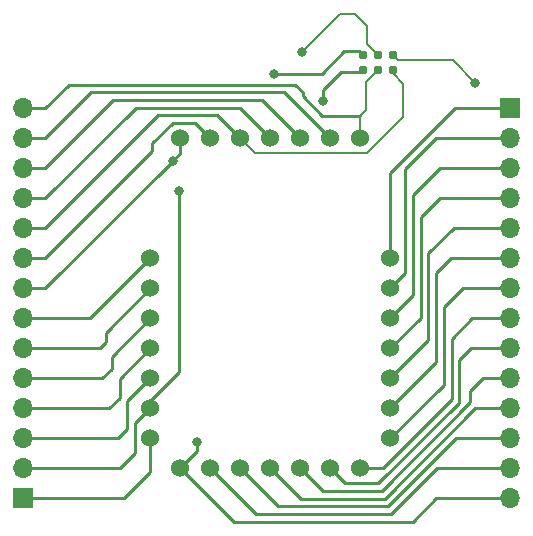
<source format=gbr>
G04 #@! TF.GenerationSoftware,KiCad,Pcbnew,(6.0.0-0)*
G04 #@! TF.CreationDate,2022-01-05T13:59:11-06:00*
G04 #@! TF.ProjectId,castellated_breakout,63617374-656c-46c6-9174-65645f627265,rev?*
G04 #@! TF.SameCoordinates,Original*
G04 #@! TF.FileFunction,Copper,L1,Top*
G04 #@! TF.FilePolarity,Positive*
%FSLAX46Y46*%
G04 Gerber Fmt 4.6, Leading zero omitted, Abs format (unit mm)*
G04 Created by KiCad (PCBNEW (6.0.0-0)) date 2022-01-05 13:59:11*
%MOMM*%
%LPD*%
G01*
G04 APERTURE LIST*
G04 #@! TA.AperFunction,ConnectorPad*
%ADD10C,0.787400*%
G04 #@! TD*
G04 #@! TA.AperFunction,ComponentPad*
%ADD11O,1.700000X1.700000*%
G04 #@! TD*
G04 #@! TA.AperFunction,ComponentPad*
%ADD12R,1.700000X1.700000*%
G04 #@! TD*
G04 #@! TA.AperFunction,SMDPad,CuDef*
%ADD13C,1.524000*%
G04 #@! TD*
G04 #@! TA.AperFunction,ViaPad*
%ADD14C,0.800000*%
G04 #@! TD*
G04 #@! TA.AperFunction,Conductor*
%ADD15C,0.250000*%
G04 #@! TD*
G04 #@! TA.AperFunction,Conductor*
%ADD16C,0.200000*%
G04 #@! TD*
G04 APERTURE END LIST*
D10*
G04 #@! TO.P,J3,1,Pin_1*
G04 #@! TO.N,VDD*
X166570000Y-76750000D03*
G04 #@! TO.P,J3,2,Pin_2*
G04 #@! TO.N,SWDIO*
X166570000Y-75480000D03*
G04 #@! TO.P,J3,3,Pin_3*
G04 #@! TO.N,RST*
X167840000Y-76750000D03*
G04 #@! TO.P,J3,4,Pin_4*
G04 #@! TO.N,SWCLK*
X167840000Y-75480000D03*
G04 #@! TO.P,J3,5,Pin_5*
G04 #@! TO.N,GND*
X169110000Y-76750000D03*
G04 #@! TO.P,J3,6,Pin_6*
G04 #@! TO.N,SWO*
X169110000Y-75480000D03*
G04 #@! TD*
D11*
G04 #@! TO.P,J2,14,Pin_14*
G04 #@! TO.N,RST*
X137795000Y-80010000D03*
G04 #@! TO.P,J2,13,Pin_13*
G04 #@! TO.N,BOOT0*
X137795000Y-82550000D03*
G04 #@! TO.P,J2,12,Pin_12*
G04 #@! TO.N,RF3*
X137795000Y-85090000D03*
G04 #@! TO.P,J2,11,Pin_11*
G04 #@! TO.N,RF2*
X137795000Y-87630000D03*
G04 #@! TO.P,J2,10,Pin_10*
G04 #@! TO.N,GND*
X137795000Y-90170000D03*
G04 #@! TO.P,J2,9,Pin_9*
G04 #@! TO.N,RF1V55*
X137795000Y-92710000D03*
G04 #@! TO.P,J2,8,Pin_8*
G04 #@! TO.N,VDD*
X137795000Y-95250000D03*
G04 #@! TO.P,J2,7,Pin_7*
G04 #@! TO.N,PB2*
X137795000Y-97790000D03*
G04 #@! TO.P,J2,6,Pin_6*
G04 #@! TO.N,PB12*
X137795000Y-100330000D03*
G04 #@! TO.P,J2,5,Pin_5*
G04 #@! TO.N,RX_1*
X137795000Y-102870000D03*
G04 #@! TO.P,J2,4,Pin_4*
G04 #@! TO.N,PA11*
X137795000Y-105410000D03*
G04 #@! TO.P,J2,3,Pin_3*
G04 #@! TO.N,PA12*
X137795000Y-107950000D03*
G04 #@! TO.P,J2,2,Pin_2*
G04 #@! TO.N,SWDIO*
X137795000Y-110490000D03*
D12*
G04 #@! TO.P,J2,1,Pin_1*
G04 #@! TO.N,VBAT*
X137795000Y-113030000D03*
G04 #@! TD*
D11*
G04 #@! TO.P,J1,14,Pin_14*
G04 #@! TO.N,SWCLK*
X179070000Y-113030000D03*
G04 #@! TO.P,J1,13,Pin_13*
G04 #@! TO.N,JTDI*
X179070000Y-110490000D03*
G04 #@! TO.P,J1,12,Pin_12*
G04 #@! TO.N,DEBUG_JRST*
X179070000Y-107950000D03*
G04 #@! TO.P,J1,11,Pin_11*
G04 #@! TO.N,TX_1*
X179070000Y-105410000D03*
G04 #@! TO.P,J1,10,Pin_10*
G04 #@! TO.N,SWO*
X179070000Y-102870000D03*
G04 #@! TO.P,J1,9,Pin_9*
G04 #@! TO.N,SPI_MOSI*
X179070000Y-100330000D03*
G04 #@! TO.P,J1,8,Pin_8*
G04 #@! TO.N,SDA*
X179070000Y-97790000D03*
G04 #@! TO.P,J1,7,Pin_7*
G04 #@! TO.N,SCL*
X179070000Y-95250000D03*
G04 #@! TO.P,J1,6,Pin_6*
G04 #@! TO.N,PWR_WKUP*
X179070000Y-92710000D03*
G04 #@! TO.P,J1,5,Pin_5*
G04 #@! TO.N,SPI_CLK*
X179070000Y-90170000D03*
G04 #@! TO.P,J1,4,Pin_4*
G04 #@! TO.N,VCP_TX*
X179070000Y-87630000D03*
G04 #@! TO.P,J1,3,Pin_3*
G04 #@! TO.N,VCP_RX*
X179070000Y-85090000D03*
G04 #@! TO.P,J1,2,Pin_2*
G04 #@! TO.N,PA5*
X179070000Y-82550000D03*
D12*
G04 #@! TO.P,J1,1,Pin_1*
G04 #@! TO.N,SPI_MISO*
X179070000Y-80010000D03*
G04 #@! TD*
D13*
G04 #@! TO.P,U1,28,VBAT*
G04 #@! TO.N,VBAT*
X148590000Y-107950000D03*
G04 #@! TO.P,U1,27,SWDIO*
G04 #@! TO.N,SWDIO*
X148590000Y-105410000D03*
G04 #@! TO.P,U1,26,PA12*
G04 #@! TO.N,PA12*
X148590000Y-102870000D03*
G04 #@! TO.P,U1,25,PA11*
G04 #@! TO.N,PA11*
X148590000Y-100330000D03*
G04 #@! TO.P,U1,24,RX_1*
G04 #@! TO.N,RX_1*
X148590000Y-97790000D03*
G04 #@! TO.P,U1,23,PB12*
G04 #@! TO.N,PB12*
X148590000Y-95250000D03*
G04 #@! TO.P,U1,22,PB2*
G04 #@! TO.N,PB2*
X148590000Y-92710000D03*
G04 #@! TO.P,U1,21,VDD*
G04 #@! TO.N,VDD*
X151130000Y-82550000D03*
G04 #@! TO.P,U1,20,VDDRF1V55*
G04 #@! TO.N,RF1V55*
X153670000Y-82550000D03*
G04 #@! TO.P,U1,19,GND*
G04 #@! TO.N,GND*
X156210000Y-82550000D03*
G04 #@! TO.P,U1,18,RF2*
G04 #@! TO.N,RF2*
X158750000Y-82550000D03*
G04 #@! TO.P,U1,17,RF3*
G04 #@! TO.N,RF3*
X161290000Y-82550000D03*
G04 #@! TO.P,U1,16,BOOT0*
G04 #@! TO.N,BOOT0*
X163830000Y-82550000D03*
G04 #@! TO.P,U1,15,RST*
G04 #@! TO.N,RST*
X166370000Y-82550000D03*
G04 #@! TO.P,U1,14,SPI_MISO*
G04 #@! TO.N,SPI_MISO*
X168910000Y-92710000D03*
G04 #@! TO.P,U1,13,PA5*
G04 #@! TO.N,PA5*
X168910000Y-95250000D03*
G04 #@! TO.P,U1,12,T_VCP_RX*
G04 #@! TO.N,VCP_RX*
X168910000Y-97790000D03*
G04 #@! TO.P,U1,11,T_VCP_TX*
G04 #@! TO.N,VCP_TX*
X168910000Y-100330000D03*
G04 #@! TO.P,U1,10,SPI_CLK*
G04 #@! TO.N,SPI_CLK*
X168910000Y-102870000D03*
G04 #@! TO.P,U1,9,PWR_WKUP*
G04 #@! TO.N,PWR_WKUP*
X168910000Y-105410000D03*
G04 #@! TO.P,U1,8,SCL*
G04 #@! TO.N,SCL*
X168910000Y-107950000D03*
G04 #@! TO.P,U1,7,SDA*
G04 #@! TO.N,SDA*
X166370000Y-110490000D03*
G04 #@! TO.P,U1,6,SPI_MOSI*
G04 #@! TO.N,SPI_MOSI*
X163830000Y-110490000D03*
G04 #@! TO.P,U1,5,SWO*
G04 #@! TO.N,SWO*
X161290000Y-110490000D03*
G04 #@! TO.P,U1,4,TX_1*
G04 #@! TO.N,TX_1*
X158750000Y-110490000D03*
G04 #@! TO.P,U1,3,DEBUG_JRST*
G04 #@! TO.N,DEBUG_JRST*
X156210000Y-110490000D03*
G04 #@! TO.P,U1,2,JTDI*
G04 #@! TO.N,JTDI*
X153670000Y-110490000D03*
G04 #@! TO.P,U1,1,SWCLK*
G04 #@! TO.N,SWCLK*
X151130000Y-110490000D03*
G04 #@! TD*
D14*
G04 #@! TO.N,SWCLK*
X161463197Y-75238197D03*
G04 #@! TO.N,SWO*
X176125000Y-77875000D03*
G04 #@! TO.N,VDD*
X163225000Y-79400000D03*
G04 #@! TO.N,SWCLK*
X152575000Y-108300000D03*
G04 #@! TO.N,VDD*
X150495000Y-84455000D03*
G04 #@! TO.N,SWDIO*
X159050000Y-77075000D03*
X151050000Y-87050000D03*
G04 #@! TD*
D15*
G04 #@! TO.N,SWDIO*
X163109886Y-77075000D02*
X165034886Y-75150000D01*
X159050000Y-77075000D02*
X163109886Y-77075000D01*
X165034886Y-75150000D02*
X166240000Y-75150000D01*
X166240000Y-75150000D02*
X166570000Y-75480000D01*
D16*
G04 #@! TO.N,SWCLK*
X161463197Y-75238197D02*
X161425000Y-75276394D01*
X164663365Y-72038029D02*
X161463197Y-75238197D01*
X165936635Y-72038029D02*
X164663365Y-72038029D01*
X166938029Y-73039423D02*
X165936635Y-72038029D01*
X166938029Y-74578029D02*
X166938029Y-73039423D01*
X167840000Y-75480000D02*
X166938029Y-74578029D01*
G04 #@! TO.N,SWO*
X174218821Y-75943821D02*
X176125000Y-77850000D01*
X169110000Y-75480000D02*
X169573821Y-75943821D01*
X169573821Y-75943821D02*
X174218821Y-75943821D01*
D15*
G04 #@! TO.N,RST*
X160850000Y-78012949D02*
X161500000Y-78662949D01*
X161500000Y-78982457D02*
X163162543Y-80645000D01*
X163162543Y-80645000D02*
X166370000Y-80645000D01*
X161500000Y-78662949D02*
X161500000Y-78982457D01*
X160850000Y-78012949D02*
X141697051Y-78012949D01*
X141697051Y-78012949D02*
X139700000Y-80010000D01*
X139700000Y-80010000D02*
X137795000Y-80010000D01*
G04 #@! TO.N,VDD*
X163225000Y-79400000D02*
X163250000Y-78496038D01*
X163250000Y-78496038D02*
X164761217Y-76984821D01*
X164761217Y-76984821D02*
X166335179Y-76984821D01*
X166335179Y-76984821D02*
X166570000Y-76750000D01*
D16*
G04 #@! TO.N,RST*
X166370000Y-80645000D02*
X166836971Y-80178029D01*
X166836971Y-80178029D02*
X166836971Y-77753029D01*
X166836971Y-77753029D02*
X167840000Y-76750000D01*
G04 #@! TO.N,GND*
X167556381Y-83231381D02*
X166975761Y-83812001D01*
X167632001Y-83155761D02*
X167556381Y-83231381D01*
X170025000Y-80762762D02*
X170025000Y-77970758D01*
X170025000Y-77970758D02*
X169110000Y-77055758D01*
X167556381Y-83231381D02*
X170025000Y-80762762D01*
X169110000Y-77055758D02*
X169110000Y-76750000D01*
D15*
G04 #@! TO.N,SWCLK*
X155667051Y-115027051D02*
X170822949Y-115027051D01*
X151130000Y-110490000D02*
X155667051Y-115027051D01*
X172820000Y-113030000D02*
X179070000Y-113030000D01*
X170822949Y-115027051D02*
X172820000Y-113030000D01*
X152575000Y-109045000D02*
X151130000Y-110490000D01*
X152575000Y-108300000D02*
X152575000Y-109045000D01*
G04 #@! TO.N,JTDI*
X172871022Y-110490000D02*
X179070000Y-110490000D01*
X168983981Y-114377041D02*
X172871022Y-110490000D01*
X157557041Y-114377041D02*
X168983981Y-114377041D01*
X153670000Y-110490000D02*
X157557041Y-114377041D01*
G04 #@! TO.N,DEBUG_JRST*
X174491770Y-107950000D02*
X179070000Y-107950000D01*
X168714739Y-113727031D02*
X174491770Y-107950000D01*
X159447031Y-113727031D02*
X168714739Y-113727031D01*
X156210000Y-110490000D02*
X159447031Y-113727031D01*
G04 #@! TO.N,TX_1*
X176112518Y-105410000D02*
X179070000Y-105410000D01*
X168445497Y-113077021D02*
X176112518Y-105410000D01*
X161337021Y-113077021D02*
X168445497Y-113077021D01*
X158750000Y-110490000D02*
X161337021Y-113077021D01*
G04 #@! TO.N,SWO*
X168176255Y-112427011D02*
X175675000Y-104928266D01*
X163227011Y-112427011D02*
X168176255Y-112427011D01*
X161290000Y-110490000D02*
X163227011Y-112427011D01*
X175675000Y-104928266D02*
X175675000Y-103925000D01*
X176730000Y-102870000D02*
X179070000Y-102870000D01*
X175675000Y-103925000D02*
X176730000Y-102870000D01*
G04 #@! TO.N,SPI_MOSI*
X167907013Y-111777001D02*
X174750030Y-104933984D01*
X165117001Y-111777001D02*
X167907013Y-111777001D01*
X163830000Y-110490000D02*
X165117001Y-111777001D01*
X174750030Y-104933984D02*
X174750030Y-101324970D01*
X175745000Y-100330000D02*
X179070000Y-100330000D01*
X174750030Y-101324970D02*
X175745000Y-100330000D01*
G04 #@! TO.N,SDA*
X168274762Y-110490000D02*
X174100020Y-104664742D01*
X166370000Y-110490000D02*
X168274762Y-110490000D01*
X174100020Y-104664742D02*
X174100020Y-99549980D01*
X175860000Y-97790000D02*
X179070000Y-97790000D01*
X174100020Y-99549980D02*
X175860000Y-97790000D01*
G04 #@! TO.N,SCL*
X168910000Y-107950000D02*
X173450010Y-103409990D01*
X173450010Y-103409990D02*
X173450010Y-96849990D01*
X175050000Y-95250000D02*
X179070000Y-95250000D01*
X173450010Y-96849990D02*
X175050000Y-95250000D01*
G04 #@! TO.N,PWR_WKUP*
X168910000Y-105410000D02*
X172800000Y-101520000D01*
X174090000Y-92710000D02*
X179070000Y-92710000D01*
X172800000Y-94000000D02*
X174090000Y-92710000D01*
X172800000Y-101520000D02*
X172800000Y-94000000D01*
G04 #@! TO.N,SPI_CLK*
X168910000Y-102870000D02*
X172147031Y-99632969D01*
X172147031Y-99632969D02*
X172147031Y-92302969D01*
X174280000Y-90170000D02*
X179070000Y-90170000D01*
X172147031Y-92302969D02*
X174280000Y-90170000D01*
G04 #@! TO.N,VCP_TX*
X168910000Y-100330000D02*
X171497021Y-97742979D01*
X171497021Y-97742979D02*
X171497021Y-89252979D01*
X173120000Y-87630000D02*
X179070000Y-87630000D01*
X171497021Y-89252979D02*
X173120000Y-87630000D01*
G04 #@! TO.N,VCP_RX*
X168910000Y-97790000D02*
X170847011Y-95852989D01*
X170847011Y-95852989D02*
X170847011Y-87327989D01*
X173085000Y-85090000D02*
X179070000Y-85090000D01*
X170847011Y-87327989D02*
X173085000Y-85090000D01*
G04 #@! TO.N,PA5*
X170197001Y-93962999D02*
X170197001Y-85122251D01*
X168910000Y-95250000D02*
X170197001Y-93962999D01*
X172769252Y-82550000D02*
X179070000Y-82550000D01*
X170197001Y-85122251D02*
X172769252Y-82550000D01*
G04 #@! TO.N,SPI_MISO*
X168910000Y-92710000D02*
X168910000Y-85490000D01*
X174390000Y-80010000D02*
X179070000Y-80010000D01*
X168910000Y-85490000D02*
X174390000Y-80010000D01*
D16*
G04 #@! TO.N,RST*
X166370000Y-82550000D02*
X166370000Y-80645000D01*
D15*
G04 #@! TO.N,BOOT0*
X159942959Y-78662959D02*
X143587041Y-78662959D01*
X143587041Y-78662959D02*
X139700000Y-82550000D01*
X163830000Y-82550000D02*
X159942959Y-78662959D01*
X139700000Y-82550000D02*
X137795000Y-82550000D01*
G04 #@! TO.N,RF3*
X145477031Y-79312969D02*
X139700000Y-85090000D01*
X158052969Y-79312969D02*
X145477031Y-79312969D01*
X161290000Y-82550000D02*
X158052969Y-79312969D01*
X139700000Y-85090000D02*
X137795000Y-85090000D01*
G04 #@! TO.N,RF2*
X147367021Y-79962979D02*
X139700000Y-87630000D01*
X156162979Y-79962979D02*
X147367021Y-79962979D01*
X158750000Y-82550000D02*
X156162979Y-79962979D01*
X139700000Y-87630000D02*
X137795000Y-87630000D01*
G04 #@! TO.N,GND*
X149257011Y-80612989D02*
X139700000Y-90170000D01*
X154272989Y-80612989D02*
X149257011Y-80612989D01*
X156210000Y-82550000D02*
X154272989Y-80612989D01*
X139700000Y-90170000D02*
X137795000Y-90170000D01*
D16*
X166975761Y-83812001D02*
X157472001Y-83812001D01*
X157472001Y-83812001D02*
X156210000Y-82550000D01*
D15*
G04 #@! TO.N,RF1V55*
X150512239Y-81262999D02*
X148775000Y-83000238D01*
X152382999Y-81262999D02*
X150512239Y-81262999D01*
X153670000Y-82550000D02*
X152382999Y-81262999D01*
X148775000Y-83635000D02*
X139700000Y-92710000D01*
X148775000Y-83000238D02*
X148775000Y-83635000D01*
X139700000Y-92710000D02*
X137795000Y-92710000D01*
G04 #@! TO.N,VDD*
X151130000Y-83820000D02*
X150495000Y-84455000D01*
X151130000Y-82550000D02*
X151130000Y-83820000D01*
X139700000Y-95250000D02*
X137795000Y-95250000D01*
X150495000Y-84455000D02*
X139700000Y-95250000D01*
G04 #@! TO.N,PB2*
X148590000Y-92710000D02*
X143525000Y-97775000D01*
X139715000Y-97775000D02*
X139700000Y-97790000D01*
X143525000Y-97775000D02*
X139715000Y-97775000D01*
X137810000Y-97775000D02*
X137795000Y-97790000D01*
X139715000Y-97775000D02*
X137810000Y-97775000D01*
G04 #@! TO.N,PB12*
X148590000Y-95250000D02*
X144825000Y-99015000D01*
X144825000Y-99015000D02*
X144825000Y-99825000D01*
X144320000Y-100330000D02*
X139700000Y-100330000D01*
X144825000Y-99825000D02*
X144320000Y-100330000D01*
X139700000Y-100330000D02*
X137795000Y-100330000D01*
G04 #@! TO.N,RX_1*
X148590000Y-97790000D02*
X145325000Y-101055000D01*
X145325000Y-101055000D02*
X145325000Y-102075000D01*
X144530000Y-102870000D02*
X139700000Y-102870000D01*
X145325000Y-102075000D02*
X144530000Y-102870000D01*
X139700000Y-102870000D02*
X137795000Y-102870000D01*
G04 #@! TO.N,PA11*
X148590000Y-100330000D02*
X146002981Y-102917019D01*
X146002981Y-102917019D02*
X146002981Y-104547019D01*
X145140000Y-105410000D02*
X139700000Y-105410000D01*
X146002981Y-104547019D02*
X145140000Y-105410000D01*
X139700000Y-105410000D02*
X137795000Y-105410000D01*
G04 #@! TO.N,PA12*
X148590000Y-102870000D02*
X146652989Y-104807011D01*
X146652989Y-104807011D02*
X146652989Y-107147011D01*
X145850000Y-107950000D02*
X139700000Y-107950000D01*
X146652989Y-107147011D02*
X145850000Y-107950000D01*
X139700000Y-107950000D02*
X137795000Y-107950000D01*
G04 #@! TO.N,SWDIO*
X147302999Y-106697001D02*
X147302999Y-109247001D01*
X148590000Y-105410000D02*
X147302999Y-106697001D01*
X146060000Y-110490000D02*
X139700000Y-110490000D01*
X147302999Y-109247001D02*
X146060000Y-110490000D01*
X139700000Y-110490000D02*
X137795000Y-110490000D01*
X148590000Y-104774762D02*
X151050000Y-102314762D01*
X148590000Y-105410000D02*
X148590000Y-104774762D01*
X151050000Y-102314762D02*
X151050000Y-87050000D01*
X151050000Y-87050000D02*
X151050000Y-87025000D01*
G04 #@! TO.N,VBAT*
X148590000Y-107950000D02*
X148590000Y-110810000D01*
X146370000Y-113030000D02*
X139700000Y-113030000D01*
X148590000Y-110810000D02*
X146370000Y-113030000D01*
X139700000Y-113030000D02*
X137795000Y-113030000D01*
G04 #@! TD*
M02*

</source>
